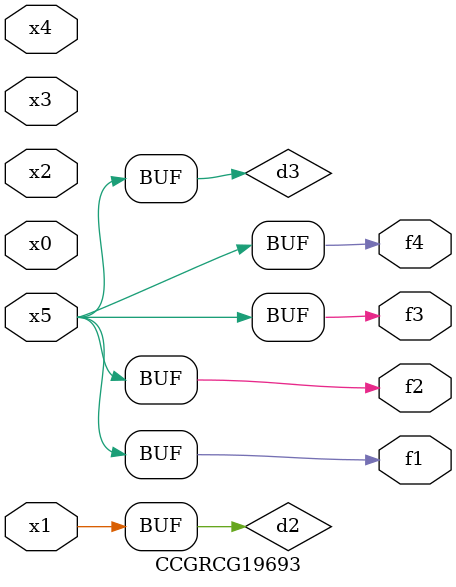
<source format=v>
module CCGRCG19693(
	input x0, x1, x2, x3, x4, x5,
	output f1, f2, f3, f4
);

	wire d1, d2, d3;

	not (d1, x5);
	or (d2, x1);
	xnor (d3, d1);
	assign f1 = d3;
	assign f2 = d3;
	assign f3 = d3;
	assign f4 = d3;
endmodule

</source>
